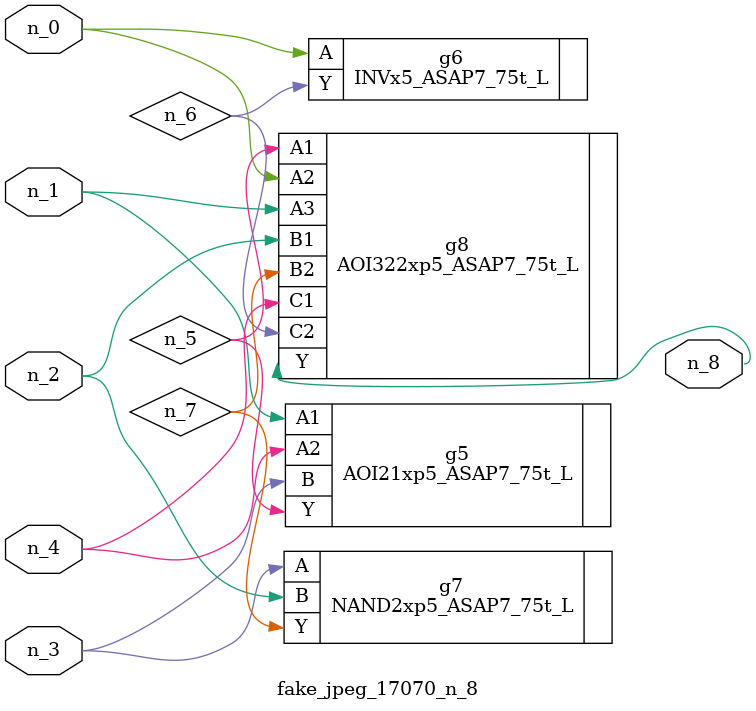
<source format=v>
module fake_jpeg_17070_n_8 (n_3, n_2, n_1, n_0, n_4, n_8);

input n_3;
input n_2;
input n_1;
input n_0;
input n_4;

output n_8;

wire n_6;
wire n_5;
wire n_7;

AOI21xp5_ASAP7_75t_L g5 ( 
.A1(n_1),
.A2(n_4),
.B(n_3),
.Y(n_5)
);

INVx5_ASAP7_75t_L g6 ( 
.A(n_0),
.Y(n_6)
);

NAND2xp5_ASAP7_75t_L g7 ( 
.A(n_3),
.B(n_2),
.Y(n_7)
);

AOI322xp5_ASAP7_75t_L g8 ( 
.A1(n_5),
.A2(n_0),
.A3(n_1),
.B1(n_2),
.B2(n_7),
.C1(n_4),
.C2(n_6),
.Y(n_8)
);


endmodule
</source>
